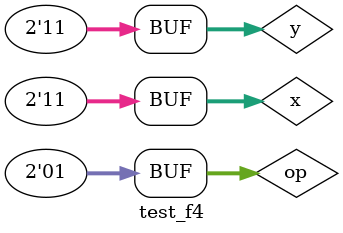
<source format=v>

module notgate(output [1:0] s, input [1:0]a);

	assign s = ~a;

endmodule

module andgate(output [1:0] s,input  [1:0] a,input  [1:0] b);
	assign s = a & b;
endmodule

module orgate(output [1:0] s,input  [1:0] a,input  [1:0] b);
	assign s = a | b;
endmodule

module xorgate(output [1:0] s,input  [1:0] a,input  [1:0] b);
	assign s = a^b;

endmodule

module test_f4;
// ------------------------- definir dados
	reg [1:0] x;
	reg [1:0] y;
	reg [1:0] op;
	wire [1:0] s1;
	wire [1:0] s2;
	wire [1:0] s0;
	wire [1:0] s;
	
	//Circuito simplificado
	orgate OR1(s1,x,y);
	andgate AND1(s2,x,y);
	xorgate XOR1(s,op,s1);
	xorgate XOR2(s0,op,s2);
	
// ------------------------- parte principal
   initial begin
      $display("Exemplo0033 - Gustavo Barbosa - 427410");
      $display("Test");
		x = 2'b00;      y = 2'b00;

		$monitor("%4b %4b %4b = %4b",op,x,y,s);
		#1 x = 2'b00; y = 2'b00; op = 2'b01;
		#1 x = 2'b00; y = 2'b11; op = 2'b01;
		#1 x = 2'b11; y = 2'b00; op = 2'b01;
		#1 x = 2'b11; y = 2'b11; op = 2'b01;
end
endmodule
</source>
